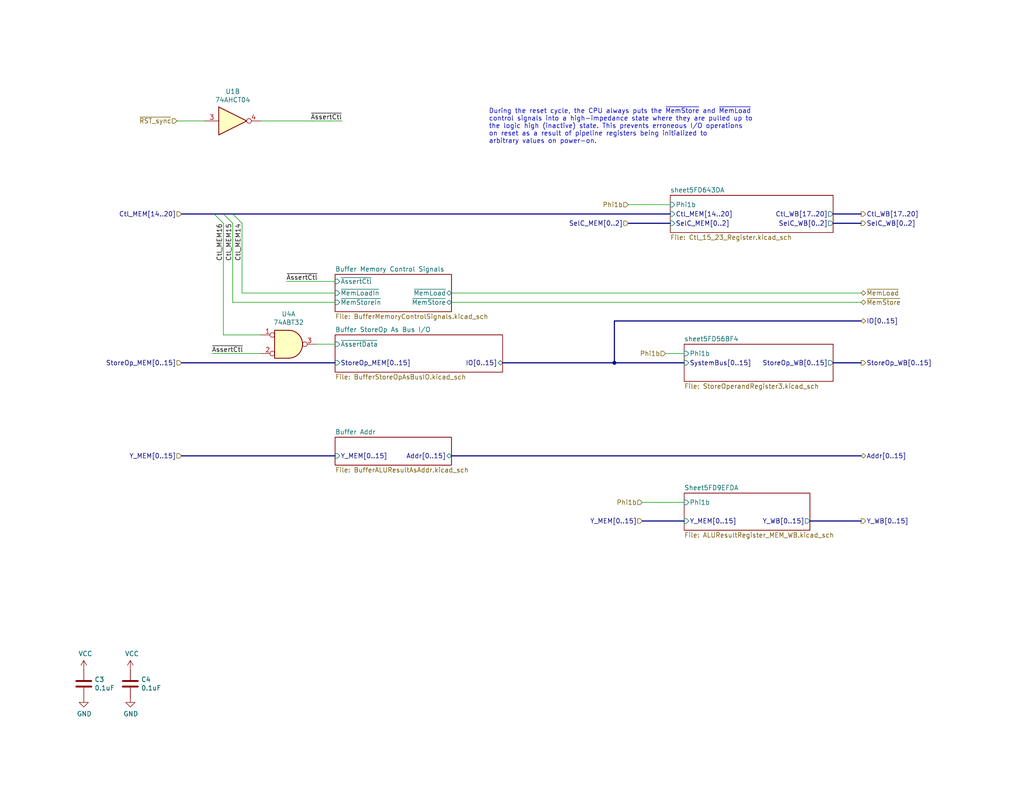
<source format=kicad_sch>
(kicad_sch (version 20250114) (generator "eeschema") (generator_version "9.0")
  (paper "USLetter")
  (title_block (title "MEM") (date "2025-07-22") (rev "A") (comment 3 "These devices connect to the main board via a connector described in another sheet.") (comment 4 "The MEM stage interfaces with memory and memory-mapped peripherals."))
  (lib_symbols
    (symbol "Device:C" (pin_numbers (hide yes)) (pin_names (offset 0.254))
      (property "Reference" "C" (at 0.635 2.54 0))
      (property "Value" "C" (at 0.635 -2.54 0))
      (symbol "C_0_1"
        (polyline (pts (xy -2.032 0.762) (xy 2.032 0.762)) (stroke (width 0.508)))
        (polyline (pts (xy -2.032 -0.762) (xy 2.032 -0.762)) (stroke (width 0.508)))
      )
      (symbol "C_1_1"
        (pin passive line (at 0 3.81 270) (length 2.794) (name "~") (number "1"))
        (pin passive line (at 0 -3.81 90) (length 2.794) (name "~") (number "2"))
      )
    )
    (symbol "Turtle16:74ABT32" (pin_names (offset 1.016))
      (property "Reference" "U" (at 0 1.27 0))
      (property "Value" "74ABT32" (at 0 -1.27 0))
      (symbol "74ABT32_1_1"
        (arc (start -3.81 3.81) (mid -2.589 0) (end -3.81 -3.81) (stroke (width 0.254)))
        (polyline (pts (xy -3.81 3.81) (xy -0.635 3.81)) (stroke (width 0.254)) (fill (type background)))
        (polyline (pts (xy -3.81 -3.81) (xy -0.635 -3.81)) (stroke (width 0.254)) (fill (type background)))
        (arc (start 3.81 0) (mid 2.1855 -2.584) (end -0.6096 -3.81) (stroke (width 0.254)) (fill (type background)))
        (arc (start -0.6096 3.81) (mid 2.1928 2.5924) (end 3.81 0) (stroke (width 0.254)) (fill (type background)))
        (polyline (pts (xy -0.635 3.81) (xy -3.81 3.81) (xy -3.81 3.81) (xy -3.556 3.4036) (xy -3.0226 2.2606) (xy -2.6924 1.0414) (xy -2.6162 -0.254) (xy -2.7686 -1.4986) (xy -3.175 -2.7178) (xy -3.81 -3.81) (xy -3.81 -3.81) (xy -0.635 -3.81)) (stroke (width -25.4)) (fill (type background)))
        (pin input line (at -7.62 2.54 0) (length 4.318) (name "~") (number "1"))
        (pin input line (at -7.62 -2.54 0) (length 4.318) (name "~") (number "2"))
        (pin output line (at 7.62 0 180) (length 3.81) (name "~") (number "3"))
      )
      (symbol "74ABT32_1_2"
        (arc (start 0 3.81) (mid 3.7934 0) (end 0 -3.81) (stroke (width 0.254)) (fill (type background)))
        (polyline (pts (xy 0 3.81) (xy -3.81 3.81) (xy -3.81 -3.81) (xy 0 -3.81)) (stroke (width 0.254)) (fill (type background)))
        (pin input inverted (at -7.62 2.54 0) (length 3.81) (name "~") (number "1"))
        (pin input inverted (at -7.62 -2.54 0) (length 3.81) (name "~") (number "2"))
        (pin output inverted (at 7.62 0 180) (length 3.81) (name "~") (number "3"))
      )
      (symbol "74ABT32_2_1"
        (arc (start -3.81 3.81) (mid -2.589 0) (end -3.81 -3.81) (stroke (width 0.254)))
        (polyline (pts (xy -3.81 3.81) (xy -0.635 3.81)) (stroke (width 0.254)) (fill (type background)))
        (polyline (pts (xy -3.81 -3.81) (xy -0.635 -3.81)) (stroke (width 0.254)) (fill (type background)))
        (arc (start 3.81 0) (mid 2.1855 -2.584) (end -0.6096 -3.81) (stroke (width 0.254)) (fill (type background)))
        (arc (start -0.6096 3.81) (mid 2.1928 2.5924) (end 3.81 0) (stroke (width 0.254)) (fill (type background)))
        (polyline (pts (xy -0.635 3.81) (xy -3.81 3.81) (xy -3.81 3.81) (xy -3.556 3.4036) (xy -3.0226 2.2606) (xy -2.6924 1.0414) (xy -2.6162 -0.254) (xy -2.7686 -1.4986) (xy -3.175 -2.7178) (xy -3.81 -3.81) (xy -3.81 -3.81) (xy -0.635 -3.81)) (stroke (width -25.4)) (fill (type background)))
        (pin input line (at -7.62 2.54 0) (length 4.318) (name "~") (number "4"))
        (pin input line (at -7.62 -2.54 0) (length 4.318) (name "~") (number "5"))
        (pin output line (at 7.62 0 180) (length 3.81) (name "~") (number "6"))
      )
      (symbol "74ABT32_2_2"
        (arc (start 0 3.81) (mid 3.7934 0) (end 0 -3.81) (stroke (width 0.254)) (fill (type background)))
        (polyline (pts (xy 0 3.81) (xy -3.81 3.81) (xy -3.81 -3.81) (xy 0 -3.81)) (stroke (width 0.254)) (fill (type background)))
        (pin input inverted (at -7.62 2.54 0) (length 3.81) (name "~") (number "4"))
        (pin input inverted (at -7.62 -2.54 0) (length 3.81) (name "~") (number "5"))
        (pin output inverted (at 7.62 0 180) (length 3.81) (name "~") (number "6"))
      )
      (symbol "74ABT32_3_1"
        (arc (start -3.81 3.81) (mid -2.589 0) (end -3.81 -3.81) (stroke (width 0.254)))
        (polyline (pts (xy -3.81 3.81) (xy -0.635 3.81)) (stroke (width 0.254)) (fill (type background)))
        (polyline (pts (xy -3.81 -3.81) (xy -0.635 -3.81)) (stroke (width 0.254)) (fill (type background)))
        (arc (start 3.81 0) (mid 2.1855 -2.584) (end -0.6096 -3.81) (stroke (width 0.254)) (fill (type background)))
        (arc (start -0.6096 3.81) (mid 2.1928 2.5924) (end 3.81 0) (stroke (width 0.254)) (fill (type background)))
        (polyline (pts (xy -0.635 3.81) (xy -3.81 3.81) (xy -3.81 3.81) (xy -3.556 3.4036) (xy -3.0226 2.2606) (xy -2.6924 1.0414) (xy -2.6162 -0.254) (xy -2.7686 -1.4986) (xy -3.175 -2.7178) (xy -3.81 -3.81) (xy -3.81 -3.81) (xy -0.635 -3.81)) (stroke (width -25.4)) (fill (type background)))
        (pin input line (at -7.62 2.54 0) (length 4.318) (name "~") (number "9"))
        (pin input line (at -7.62 -2.54 0) (length 4.318) (name "~") (number "10"))
        (pin output line (at 7.62 0 180) (length 3.81) (name "~") (number "8"))
      )
      (symbol "74ABT32_3_2"
        (arc (start 0 3.81) (mid 3.7934 0) (end 0 -3.81) (stroke (width 0.254)) (fill (type background)))
        (polyline (pts (xy 0 3.81) (xy -3.81 3.81) (xy -3.81 -3.81) (xy 0 -3.81)) (stroke (width 0.254)) (fill (type background)))
        (pin input inverted (at -7.62 2.54 0) (length 3.81) (name "~") (number "9"))
        (pin input inverted (at -7.62 -2.54 0) (length 3.81) (name "~") (number "10"))
        (pin output inverted (at 7.62 0 180) (length 3.81) (name "~") (number "8"))
      )
      (symbol "74ABT32_4_1"
        (arc (start -3.81 3.81) (mid -2.589 0) (end -3.81 -3.81) (stroke (width 0.254)))
        (polyline (pts (xy -3.81 3.81) (xy -0.635 3.81)) (stroke (width 0.254)) (fill (type background)))
        (polyline (pts (xy -3.81 -3.81) (xy -0.635 -3.81)) (stroke (width 0.254)) (fill (type background)))
        (arc (start 3.81 0) (mid 2.1855 -2.584) (end -0.6096 -3.81) (stroke (width 0.254)) (fill (type background)))
        (arc (start -0.6096 3.81) (mid 2.1928 2.5924) (end 3.81 0) (stroke (width 0.254)) (fill (type background)))
        (polyline (pts (xy -0.635 3.81) (xy -3.81 3.81) (xy -3.81 3.81) (xy -3.556 3.4036) (xy -3.0226 2.2606) (xy -2.6924 1.0414) (xy -2.6162 -0.254) (xy -2.7686 -1.4986) (xy -3.175 -2.7178) (xy -3.81 -3.81) (xy -3.81 -3.81) (xy -0.635 -3.81)) (stroke (width -25.4)) (fill (type background)))
        (pin input line (at -7.62 2.54 0) (length 4.318) (name "~") (number "12"))
        (pin input line (at -7.62 -2.54 0) (length 4.318) (name "~") (number "13"))
        (pin output line (at 7.62 0 180) (length 3.81) (name "~") (number "11"))
      )
      (symbol "74ABT32_4_2"
        (arc (start 0 3.81) (mid 3.7934 0) (end 0 -3.81) (stroke (width 0.254)) (fill (type background)))
        (polyline (pts (xy 0 3.81) (xy -3.81 3.81) (xy -3.81 -3.81) (xy 0 -3.81)) (stroke (width 0.254)) (fill (type background)))
        (pin input inverted (at -7.62 2.54 0) (length 3.81) (name "~") (number "12"))
        (pin input inverted (at -7.62 -2.54 0) (length 3.81) (name "~") (number "13"))
        (pin output inverted (at 7.62 0 180) (length 3.81) (name "~") (number "11"))
      )
      (symbol "74ABT32_5_0"
        (pin power_in line (at 0 12.7 270) (length 5.08) (name "VCC") (number "14"))
        (pin power_in line (at 0 -12.7 90) (length 5.08) (name "GND") (number "7"))
      )
      (symbol "74ABT32_5_1"
        (rectangle (start -5.08 7.62) (end 5.08 -7.62) (stroke (width 0.254)) (fill (type background)))
      )
    )
    (symbol "Turtle16:74AHCT04"
      (property "Reference" "U" (at 0 1.27 0))
      (property "Value" "74AHCT04" (at 0 -1.27 0))
      (symbol "74AHCT04_1_0"
        (polyline (pts (xy -3.81 3.81) (xy -3.81 -3.81) (xy 3.81 0) (xy -3.81 3.81)) (stroke (width 0.254)) (fill (type background)))
        (pin input line (at -7.62 0 0) (length 3.81) (name "~") (number "1"))
        (pin output inverted (at 7.62 0 180) (length 3.81) (name "~") (number "2"))
      )
      (symbol "74AHCT04_2_0"
        (polyline (pts (xy -3.81 3.81) (xy -3.81 -3.81) (xy 3.81 0) (xy -3.81 3.81)) (stroke (width 0.254)) (fill (type background)))
        (pin input line (at -7.62 0 0) (length 3.81) (name "~") (number "3"))
        (pin output inverted (at 7.62 0 180) (length 3.81) (name "~") (number "4"))
      )
      (symbol "74AHCT04_3_0"
        (polyline (pts (xy -3.81 3.81) (xy -3.81 -3.81) (xy 3.81 0) (xy -3.81 3.81)) (stroke (width 0.254)) (fill (type background)))
        (pin input line (at -7.62 0 0) (length 3.81) (name "~") (number "5"))
        (pin output inverted (at 7.62 0 180) (length 3.81) (name "~") (number "6"))
      )
      (symbol "74AHCT04_4_0"
        (polyline (pts (xy -3.81 3.81) (xy -3.81 -3.81) (xy 3.81 0) (xy -3.81 3.81)) (stroke (width 0.254)) (fill (type background)))
        (pin input line (at -7.62 0 0) (length 3.81) (name "~") (number "9"))
        (pin output inverted (at 7.62 0 180) (length 3.81) (name "~") (number "8"))
      )
      (symbol "74AHCT04_5_0"
        (polyline (pts (xy -3.81 3.81) (xy -3.81 -3.81) (xy 3.81 0) (xy -3.81 3.81)) (stroke (width 0.254)) (fill (type background)))
        (pin input line (at -7.62 0 0) (length 3.81) (name "~") (number "11"))
        (pin output inverted (at 7.62 0 180) (length 3.81) (name "~") (number "10"))
      )
      (symbol "74AHCT04_6_0"
        (polyline (pts (xy -3.81 3.81) (xy -3.81 -3.81) (xy 3.81 0) (xy -3.81 3.81)) (stroke (width 0.254)) (fill (type background)))
        (pin input line (at -7.62 0 0) (length 3.81) (name "~") (number "13"))
        (pin output inverted (at 7.62 0 180) (length 3.81) (name "~") (number "12"))
      )
      (symbol "74AHCT04_7_0"
        (pin power_in line (at 0 12.7 270) (length 5.08) (name "VCC") (number "14"))
        (pin power_in line (at 0 -12.7 90) (length 5.08) (name "GND") (number "7"))
      )
      (symbol "74AHCT04_7_1"
        (rectangle (start -5.08 7.62) (end 5.08 -7.62) (stroke (width 0.254)) (fill (type background)))
      )
    )
    (symbol "power:GND" (power) (pin_numbers (hide yes)) (pin_names (offset 0) (hide yes))
      (property "Value" "GND" (at 0 -3.81 0))
      (symbol "GND_0_1"
        (polyline (pts (xy 0 0) (xy 0 -1.27) (xy 1.27 -1.27) (xy 0 -2.54) (xy -1.27 -1.27) (xy 0 -1.27)))
      )
      (symbol "GND_1_1"
        (pin power_in line (at 0 0 270) (length 0) (name "~") (number "1"))
      )
    )
    (symbol "power:VCC" (power) (pin_numbers (hide yes)) (pin_names (offset 0) (hide yes))
      (property "Value" "VCC" (at 0 3.556 0))
      (symbol "VCC_0_1"
        (polyline (pts (xy -0.762 1.27) (xy 0 2.54)))
        (polyline (pts (xy 0 2.54) (xy 0.762 1.27)))
        (polyline (pts (xy 0 0) (xy 0 2.54)))
      )
      (symbol "VCC_1_1"
        (pin power_in line (at 0 0 90) (length 0) (name "~") (number "1"))
      )
    )
  )
  (text "During the reset cycle, the CPU always puts the ~{MemStore} and ~{MemLoad}\ncontrol signals into a high-impedance state where they are pulled up to\nthe logic high (inactive) state. This prevents erroneous I/O operations\non reset as a result of pipeline registers being initialized to\narbitrary values on power-on." (at 133.35 39.37 0) (effects (font (size 1.27 1.27)) (justify left bottom)))
  (junction (at -44.45 111.125))
  (junction (at -44.45 146.05))
  (junction (at -21.59 133.985))
  (junction (at -44.45 130.81))
  (junction (at -44.45 116.205))
  (junction (at 167.64 99.06))
  (junction (at -21.59 146.05))
  (junction (at -44.45 140.97))
  (junction (at -44.45 125.73))
  (no_connect (at -6.35 146.05))
  (no_connect (at -6.35 133.985))
  (no_connect (at -26.67 128.27))
  (no_connect (at -26.67 113.665))
  (no_connect (at -26.67 143.51))
  (bus_entry (at 58.42 58.42) (size 2.54 2.54))
  (bus_entry (at 63.5 58.42) (size 2.54 2.54))
  (bus_entry (at 60.96 58.42) (size 2.54 2.54))
  (bus (pts (xy 234.95 99.06) (xy 227.33 99.06)))
  (wire (pts (xy -21.59 133.985) (xy -21.59 146.05)))
  (wire (pts (xy 181.61 96.52) (xy 186.69 96.52)))
  (wire (pts (xy -21.59 97.79) (xy -21.59 133.985)))
  (bus (pts (xy 234.95 142.24) (xy 220.98 142.24)))
  (bus (pts (xy 63.5 58.42) (xy 182.88 58.42)))
  (wire (pts (xy -44.45 130.81) (xy -44.45 140.97)))
  (wire (pts (xy 60.96 60.96) (xy 60.96 91.44)))
  (wire (pts (xy 66.04 60.96) (xy 66.04 80.01)))
  (wire (pts (xy -44.45 99.06) (xy -44.45 111.125)))
  (bus (pts (xy 227.33 58.42) (xy 234.95 58.42)))
  (wire (pts (xy -44.45 116.205) (xy -44.45 125.73)))
  (wire (pts (xy -44.45 146.05) (xy -44.45 152.4)))
  (wire (pts (xy -44.45 116.205) (xy -41.91 116.205)))
  (wire (pts (xy 171.45 55.88) (xy 182.88 55.88)))
  (bus (pts (xy 123.19 124.46) (xy 234.95 124.46)))
  (wire (pts (xy -21.59 179.07) (xy -21.59 180.34)))
  (wire (pts (xy 60.96 91.44) (xy 71.12 91.44)))
  (wire (pts (xy -44.45 125.73) (xy -44.45 130.81)))
  (wire (pts (xy -44.45 179.07) (xy -44.45 177.8)))
  (bus (pts (xy 167.64 87.63) (xy 167.64 99.06)))
  (wire (pts (xy -41.91 125.73) (xy -44.45 125.73)))
  (wire (pts (xy 66.04 80.01) (xy 91.44 80.01)))
  (bus (pts (xy 167.64 99.06) (xy 186.69 99.06)))
  (bus (pts (xy 49.53 58.42) (xy 58.42 58.42)))
  (bus (pts (xy 167.64 87.63) (xy 234.95 87.63)))
  (wire (pts (xy -41.91 146.05) (xy -44.45 146.05)))
  (wire (pts (xy -44.45 111.125) (xy -41.91 111.125)))
  (wire (pts (xy -41.91 130.81) (xy -44.45 130.81)))
  (wire (pts (xy 63.5 60.96) (xy 63.5 82.55)))
  (bus (pts (xy 175.26 142.24) (xy 186.69 142.24)))
  (bus (pts (xy 58.42 58.42) (xy 60.96 58.42)))
  (bus (pts (xy 60.96 58.42) (xy 63.5 58.42)))
  (bus (pts (xy 182.88 60.96) (xy 171.45 60.96)))
  (bus (pts (xy 137.16 99.06) (xy 167.64 99.06)))
  (wire (pts (xy -44.45 140.97) (xy -44.45 146.05)))
  (wire (pts (xy -21.59 146.05) (xy -21.59 153.67)))
  (bus (pts (xy 49.53 124.46) (xy 91.44 124.46)))
  (bus (pts (xy 227.33 60.96) (xy 234.95 60.96)))
  (wire (pts (xy 57.785 96.52) (xy 71.12 96.52)))
  (wire (pts (xy 78.105 76.835) (xy 91.44 76.835)))
  (bus (pts (xy 49.53 99.06) (xy 91.44 99.06)))
  (wire (pts (xy 55.88 33.02) (xy 48.26 33.02)))
  (wire (pts (xy 86.36 93.98) (xy 91.44 93.98)))
  (wire (pts (xy 234.95 82.55) (xy 123.19 82.55)))
  (wire (pts (xy 123.19 80.01) (xy 234.95 80.01)))
  (wire (pts (xy -44.45 111.125) (xy -44.45 116.205)))
  (wire (pts (xy 63.5 82.55) (xy 91.44 82.55)))
  (wire (pts (xy 93.345 33.02) (xy 71.12 33.02)))
  (wire (pts (xy -41.91 140.97) (xy -44.45 140.97)))
  (wire (pts (xy 175.26 137.16) (xy 186.69 137.16)))
  (label "Ctl_MEM15" (at 63.5 60.96 270))
  (label "~{AssertCtl}" (at 93.345 33.02 180))
  (label "~{AssertCtl}" (at 78.105 76.835 0))
  (label "Ctl_MEM14" (at 66.04 60.96 270))
  (label "~{AssertCtl}" (at 57.785 96.52 0))
  (label "Ctl_MEM16" (at 60.96 60.96 270))
  (hierarchical_label "Phi1b" (shape input) (at 175.26 137.16 180))
  (hierarchical_label "Phi1b" (shape input) (at 181.61 96.52 180))
  (hierarchical_label "Y_WB[0..15]" (shape output) (at 234.95 142.24 0))
  (hierarchical_label "~{MemStore}" (shape tri_state) (at 234.95 82.55 0))
  (hierarchical_label "Y_MEM[0..15]" (shape input) (at 175.26 142.24 180))
  (hierarchical_label "Y_MEM[0..15]" (shape input) (at 49.53 124.46 180))
  (hierarchical_label "~{RST_sync}" (shape input) (at 48.26 33.02 180))
  (hierarchical_label "Phi1b" (shape input) (at 171.45 55.88 180))
  (hierarchical_label "IO[0..15]" (shape tri_state) (at 234.95 87.63 0))
  (hierarchical_label "Ctl_WB[17..20]" (shape output) (at 234.95 58.42 0))
  (hierarchical_label "Ctl_MEM[14..20]" (shape input) (at 49.53 58.42 180))
  (hierarchical_label "StoreOp_WB[0..15]" (shape output) (at 234.95 99.06 0))
  (hierarchical_label "~{MemLoad}" (shape tri_state) (at 234.95 80.01 0))
  (hierarchical_label "SelC_WB[0..2]" (shape output) (at 234.95 60.96 0))
  (hierarchical_label "Addr[0..15]" (shape tri_state) (at 234.95 124.46 0))
  (hierarchical_label "SelC_MEM[0..2]" (shape input) (at 171.45 60.96 180))
  (hierarchical_label "StoreOp_MEM[0..15]" (shape input) (at 49.53 99.06 180))
  (symbol (lib_id "Turtle16:74AHCT04") (at -21.59 166.37 0) (unit 7)
    (property "Reference" "U?" (at -21.59 165.1 0))
    (property "Value" "74AHCT04" (at -21.59 167.64 0))
    (property "Footprint" "Package_SO:TSSOP-14_4.4x5mm_P0.65mm" (effects (hide yes)))
    (property "Datasheet" "https://assets.nexperia.com/documents/data-sheet/74AHC_AHCT04.pdf" (effects (hide yes)))
    (property "Manufacturer" "Nexperia" (effects (hide yes)))
    (property "Manufacturer#" "74AHCT04APWJ" (effects (hide yes)))
    (property "Mouser#" "771-74AHCT04APWJ" (effects (hide yes)))
    (property "Digikey#" "1727-74AHCT04APWJCT-ND" (effects (hide yes)))
    (instances (project "MEMCard" (path "" (reference "U1") (unit 7))) (project "MEMCard" (path "" (reference "U?") (unit 7))))
  )
  (symbol (lib_id "Turtle16:74AHCT04") (at -13.97 146.05 0) (unit 6)
    (property "Reference" "U?" (at -13.97 137.9982 0))
    (property "Value" "74AHCT04" (at -13.97 140.3096 0))
    (property "Footprint" "Package_SO:TSSOP-14_4.4x5mm_P0.65mm" (effects (hide yes)))
    (property "Datasheet" "https://assets.nexperia.com/documents/data-sheet/74AHC_AHCT04.pdf" (effects (hide yes)))
    (property "Manufacturer" "Nexperia" (effects (hide yes)))
    (property "Manufacturer#" "74AHCT04APWJ" (effects (hide yes)))
    (property "Mouser#" "771-74AHCT04APWJ" (effects (hide yes)))
    (property "Digikey#" "1727-74AHCT04APWJCT-ND" (effects (hide yes)))
    (instances (project "MEMCard" (path "" (reference "U1") (unit 6))) (project "MEMCard" (path "" (reference "U?") (unit 6))))
  )
  (symbol (lib_id "power:VCC") (at -21.59 97.79 0) (unit 1)
    (property "Reference" "#PWR?" (effects (hide yes)))
    (property "Value" "VCC" (at -21.1582 93.3958 0))
    (property "Description" "Power symbol creates a global label with name \"VCC\"" (effects (hide yes)))
    (instances (project "MEMCard" (path "" (reference "#PWR012") (unit 1))) (project "MEMCard" (path "" (reference "#PWR?") (unit 1))))
  )
  (symbol (lib_id "power:GND") (at -21.59 180.34 0) (mirror y) (unit 1)
    (property "Reference" "#PWR?" (effects (hide yes)))
    (property "Value" "GND" (at -21.717 184.7342 0))
    (property "Description" "Power symbol creates a global label with name \"GND\" , ground" (effects (hide yes)))
    (instances (project "MEMCard" (path "" (reference "#PWR013") (unit 1))) (project "MEMCard" (path "" (reference "#PWR?") (unit 1))))
  )
  (symbol (lib_id "Turtle16:74AHCT04") (at 63.5 33.02 0) (unit 2)
    (property "Reference" "U?" (at 63.5 24.9682 0))
    (property "Value" "74AHCT04" (at 63.5 27.2796 0))
    (property "Footprint" "Package_SO:TSSOP-14_4.4x5mm_P0.65mm" (effects (hide yes)))
    (property "Datasheet" "https://assets.nexperia.com/documents/data-sheet/74AHC_AHCT04.pdf" (effects (hide yes)))
    (property "Manufacturer" "Nexperia" (effects (hide yes)))
    (property "Manufacturer#" "74AHCT04APWJ" (effects (hide yes)))
    (property "Mouser#" "771-74AHCT04APWJ" (effects (hide yes)))
    (property "Digikey#" "1727-74AHCT04APWJCT-ND" (effects (hide yes)))
    (instances (project "MEMCard" (path "" (reference "U1") (unit 2))) (project "MEMCard" (path "" (reference "U?") (unit 2))))
  )
  (symbol (lib_id "power:GND") (at 22.86 190.5 0) (unit 1)
    (property "Reference" "#PWR?" (effects (hide yes)))
    (property "Value" "GND" (at 22.987 194.8942 0))
    (property "Description" "Power symbol creates a global label with name \"GND\" , ground" (effects (hide yes)))
    (instances (project "MEMCard" (path "" (reference "#PWR015") (unit 1))) (project "MEMCard" (path "" (reference "#PWR?") (unit 1))))
  )
  (symbol (lib_id "power:VCC") (at 22.86 182.88 0) (unit 1)
    (property "Reference" "#PWR?" (effects (hide yes)))
    (property "Value" "VCC" (at 23.2918 178.4858 0))
    (property "Description" "Power symbol creates a global label with name \"VCC\"" (effects (hide yes)))
    (instances (project "MEMCard" (path "" (reference "#PWR014") (unit 1))) (project "MEMCard" (path "" (reference "#PWR?") (unit 1))))
  )
  (symbol (lib_id "Device:C") (at 22.86 186.69 0) (unit 1)
    (property "Reference" "C?" (at 25.781 185.5216 0) (effects (justify left)))
    (property "Value" "0.1uF" (at 25.781 187.833 0) (effects (justify left)))
    (property "Footprint" "Capacitor_SMD:C_0603_1608Metric" (effects (hide yes)))
    (property "Datasheet" "https://www.mouser.com/datasheet/2/396/taiyo_yuden_12132018_mlcc11_hq_e-1510082.pdf" (effects (hide yes)))
    (property "Manufacturer" "Taiyo Yuden" (effects (hide yes)))
    (property "Manufacturer#" "EMK107B7104KAHT" (effects (hide yes)))
    (property "Mouser#" "963-EMK107B7104KAHT" (effects (hide yes)))
    (property "Digikey#" "587-6004-1-ND" (effects (hide yes)))
    (instances (project "MEMCard" (path "" (reference "C3") (unit 1))) (project "MEMCard" (path "" (reference "C?") (unit 1))))
  )
  (symbol (lib_id "power:VCC") (at -44.45 99.06 0) (unit 1)
    (property "Reference" "#PWR?" (effects (hide yes)))
    (property "Value" "VCC" (at -44.0182 94.6658 0))
    (property "Description" "Power symbol creates a global label with name \"VCC\"" (effects (hide yes)))
    (instances (project "MEMCard" (path "" (reference "#PWR010") (unit 1))) (project "MEMCard" (path "" (reference "#PWR?") (unit 1))))
  )
  (symbol (lib_id "power:GND") (at -44.45 179.07 0) (unit 1)
    (property "Reference" "#PWR?" (effects (hide yes)))
    (property "Value" "GND" (at -44.323 183.4642 0))
    (property "Description" "Power symbol creates a global label with name \"GND\" , ground" (effects (hide yes)))
    (instances (project "MEMCard" (path "" (reference "#PWR011") (unit 1))) (project "MEMCard" (path "" (reference "#PWR?") (unit 1))))
  )
  (symbol (lib_id "Turtle16:74ABT32") (at -34.29 113.665 0) (unit 2)
    (property "Reference" "U?" (at -34.29 105.41 0))
    (property "Value" "74ABT32" (at -34.29 107.7214 0))
    (property "Footprint" "Package_SO:TSSOP-14_4.4x5mm_P0.65mm" (effects (hide yes)))
    (property "Datasheet" "https://www.mouser.com/datasheet/2/916/74ABT32-2937354.pdf" (effects (hide yes)))
    (property "Manufacturer" "Nexperia" (effects (hide yes)))
    (property "Manufacturer#" "74ABT32PW,118" (effects (hide yes)))
    (property "Mouser#" "771-ABT32PW118" (effects (hide yes)))
    (property "Digikey#" "1727-6509-1-ND" (effects (hide yes)))
    (instances (project "MEMCard" (path "" (reference "U4") (unit 2))) (project "MEMCard" (path "" (reference "U?") (unit 2))))
  )
  (symbol (lib_id "Turtle16:74ABT32") (at -34.29 128.27 0) (unit 3)
    (property "Reference" "U?" (at -34.29 120.015 0))
    (property "Value" "74ABT32" (at -34.29 122.3264 0))
    (property "Footprint" "Package_SO:TSSOP-14_4.4x5mm_P0.65mm" (effects (hide yes)))
    (property "Datasheet" "https://www.mouser.com/datasheet/2/916/74ABT32-2937354.pdf" (effects (hide yes)))
    (property "Manufacturer" "Nexperia" (effects (hide yes)))
    (property "Manufacturer#" "74ABT32PW,118" (effects (hide yes)))
    (property "Mouser#" "771-ABT32PW118" (effects (hide yes)))
    (property "Digikey#" "1727-6509-1-ND" (effects (hide yes)))
    (instances (project "MEMCard" (path "" (reference "U4") (unit 3))) (project "MEMCard" (path "" (reference "U?") (unit 3))))
  )
  (symbol (lib_id "Turtle16:74ABT32") (at -34.29 143.51 0) (unit 4)
    (property "Reference" "U?" (at -34.29 135.255 0))
    (property "Value" "74ABT32" (at -34.29 137.5664 0))
    (property "Footprint" "Package_SO:TSSOP-14_4.4x5mm_P0.65mm" (effects (hide yes)))
    (property "Datasheet" "https://www.mouser.com/datasheet/2/916/74ABT32-2937354.pdf" (effects (hide yes)))
    (property "Manufacturer" "Nexperia" (effects (hide yes)))
    (property "Manufacturer#" "74ABT32PW,118" (effects (hide yes)))
    (property "Mouser#" "771-ABT32PW118" (effects (hide yes)))
    (property "Digikey#" "1727-6509-1-ND" (effects (hide yes)))
    (instances (project "MEMCard" (path "" (reference "U4") (unit 4))) (project "MEMCard" (path "" (reference "U?") (unit 4))))
  )
  (symbol (lib_id "Turtle16:74ABT32") (at -44.45 165.1 0) (unit 5)
    (property "Reference" "U?" (at -45.974 163.83 0) (effects (justify left)))
    (property "Value" "74ABT32" (at -48.26 165.862 0) (effects (justify left)))
    (property "Footprint" "Package_SO:TSSOP-14_4.4x5mm_P0.65mm" (effects (hide yes)))
    (property "Datasheet" "https://www.mouser.com/datasheet/2/916/74ABT32-2937354.pdf" (effects (hide yes)))
    (property "Manufacturer" "Nexperia" (effects (hide yes)))
    (property "Manufacturer#" "74ABT32PW,118" (effects (hide yes)))
    (property "Mouser#" "771-ABT32PW118" (effects (hide yes)))
    (property "Digikey#" "1727-6509-1-ND" (effects (hide yes)))
    (instances (project "MEMCard" (path "" (reference "U4") (unit 5))) (project "MEMCard" (path "" (reference "U?") (unit 5))))
  )
  (symbol (lib_id "Turtle16:74ABT32") (at 78.74 93.98 0) (unit 1) (convert 2)
    (property "Reference" "U?" (at 78.74 85.725 0))
    (property "Value" "74ABT32" (at 78.74 88.0364 0))
    (property "Footprint" "Package_SO:TSSOP-14_4.4x5mm_P0.65mm" (effects (hide yes)))
    (property "Datasheet" "https://www.mouser.com/datasheet/2/916/74ABT32-2937354.pdf" (effects (hide yes)))
    (property "Manufacturer" "Nexperia" (effects (hide yes)))
    (property "Manufacturer#" "74ABT32PW,118" (effects (hide yes)))
    (property "Mouser#" "771-ABT32PW118" (effects (hide yes)))
    (property "Digikey#" "1727-6509-1-ND" (effects (hide yes)))
    (instances (project "MEMCard" (path "" (reference "U4") (unit 1))) (project "MEMCard" (path "" (reference "U?") (unit 1))))
  )
  (symbol (lib_id "Device:C") (at 35.56 186.69 0) (unit 1)
    (property "Reference" "C?" (at 38.481 185.5216 0) (effects (justify left)))
    (property "Value" "0.1uF" (at 38.481 187.833 0) (effects (justify left)))
    (property "Footprint" "Capacitor_SMD:C_0603_1608Metric" (effects (hide yes)))
    (property "Datasheet" "https://www.mouser.com/datasheet/2/396/taiyo_yuden_12132018_mlcc11_hq_e-1510082.pdf" (effects (hide yes)))
    (property "Manufacturer" "Taiyo Yuden" (effects (hide yes)))
    (property "Manufacturer#" "EMK107B7104KAHT" (effects (hide yes)))
    (property "Mouser#" "963-EMK107B7104KAHT" (effects (hide yes)))
    (property "Digikey#" "587-6004-1-ND" (effects (hide yes)))
    (instances (project "MEMCard" (path "" (reference "C4") (unit 1))) (project "MEMCard" (path "" (reference "C?") (unit 1))))
  )
  (symbol (lib_id "power:GND") (at 35.56 190.5 0) (unit 1)
    (property "Reference" "#PWR?" (effects (hide yes)))
    (property "Value" "GND" (at 35.687 194.8942 0))
    (property "Description" "Power symbol creates a global label with name \"GND\" , ground" (effects (hide yes)))
    (instances (project "MEMCard" (path "" (reference "#PWR017") (unit 1))) (project "MEMCard" (path "" (reference "#PWR?") (unit 1))))
  )
  (symbol (lib_id "power:VCC") (at 35.56 182.88 0) (unit 1)
    (property "Reference" "#PWR?" (effects (hide yes)))
    (property "Value" "VCC" (at 35.9918 178.4858 0))
    (property "Description" "Power symbol creates a global label with name \"VCC\"" (effects (hide yes)))
    (instances (project "MEMCard" (path "" (reference "#PWR016") (unit 1))) (project "MEMCard" (path "" (reference "#PWR?") (unit 1))))
  )
  (symbol (lib_id "Turtle16:74AHCT04") (at -13.97 133.985 0) (unit 1)
    (property "Reference" "U?" (at -13.97 125.9332 0))
    (property "Value" "74AHCT04" (at -13.97 128.2446 0))
    (property "Footprint" "Package_SO:TSSOP-14_4.4x5mm_P0.65mm" (effects (hide yes)))
    (property "Datasheet" "https://assets.nexperia.com/documents/data-sheet/74AHC_AHCT04.pdf" (effects (hide yes)))
    (property "Manufacturer" "Nexperia" (effects (hide yes)))
    (property "Manufacturer#" "74AHCT04APWJ" (effects (hide yes)))
    (property "Mouser#" "771-74AHCT04APWJ" (effects (hide yes)))
    (property "Digikey#" "1727-74AHCT04APWJCT-ND" (effects (hide yes)))
    (instances (project "MEMCard" (path "" (reference "U1") (unit 1))) (project "MEMCard" (path "" (reference "U?") (unit 1))))
  )
  (sheet (at 91.44 74.93) (size 31.75 10.16)
    (property "Sheetname" "Buffer Memory Control Signals" (at 91.44 74.2184 0) (effects (justify left bottom)))
    (property "Sheetfile" "BufferMemoryControlSignals.kicad_sch" (at 91.44 85.6746 0) (effects (justify left top)))
    (pin "~{MemLoadIn}" input (at 91.44 80.01 180))
    (pin "~{MemStoreIn}" input (at 91.44 82.55 180))
    (pin "~{MemLoad}" tri_state (at 123.19 80.01 0))
    (pin "~{MemStore}" tri_state (at 123.19 82.55 0))
    (pin "~{AssertCtl}" input (at 91.44 76.835 180))
  )
  (sheet (at 91.44 119.38) (size 31.75 7.62)
    (property "Sheetname" "Buffer Addr" (at 91.44 118.6684 0) (effects (justify left bottom)))
    (property "Sheetfile" "BufferALUResultAsAddr.kicad_sch" (at 91.44 127.5846 0) (effects (justify left top)))
    (pin "Addr[0..15]" tri_state (at 123.19 124.46 0))
    (pin "Y_MEM[0..15]" input (at 91.44 124.46 180))
  )
  (sheet (at 186.69 93.98) (size 40.64 10.16)
    (property "Sheetname" "sheet5FD56BF4" (at 186.69 93.2684 0) (effects (justify left bottom)))
    (property "Sheetfile" "StoreOperandRegister3.kicad_sch" (at 186.69 104.7246 0) (effects (justify left top)))
    (pin "SystemBus[0..15]" input (at 186.69 99.06 180))
    (pin "StoreOp_WB[0..15]" output (at 227.33 99.06 0))
    (pin "Phi1b" input (at 186.69 96.52 180))
  )
  (sheet (at 182.88 53.34) (size 44.45 10.16)
    (property "Sheetname" "sheet5FD643DA" (at 182.88 52.6284 0) (effects (justify left bottom)))
    (property "Sheetfile" "Ctl_15_23_Register.kicad_sch" (at 182.88 64.0846 0) (effects (justify left top)))
    (pin "SelC_MEM[0..2]" input (at 182.88 60.96 180))
    (pin "SelC_WB[0..2]" output (at 227.33 60.96 0))
    (pin "Ctl_WB[17..20]" output (at 227.33 58.42 0))
    (pin "Ctl_MEM[14..20]" input (at 182.88 58.42 180))
    (pin "Phi1b" input (at 182.88 55.88 180))
  )
  (sheet (at 186.69 134.62) (size 34.29 10.16)
    (property "Sheetname" "Sheet5FD9EFDA" (at 186.69 133.9084 0) (effects (justify left bottom)))
    (property "Sheetfile" "ALUResultRegister_MEM_WB.kicad_sch" (at 186.69 145.3646 0) (effects (justify left top)))
    (pin "Y_MEM[0..15]" input (at 186.69 142.24 180))
    (pin "Y_WB[0..15]" output (at 220.98 142.24 0))
    (pin "Phi1b" input (at 186.69 137.16 180))
  )
  (sheet (at 91.44 91.44) (size 45.72 10.16)
    (property "Sheetname" "Buffer StoreOp As Bus I/O" (at 91.44 90.7284 0) (effects (justify left bottom)))
    (property "Sheetfile" "BufferStoreOpAsBusIO.kicad_sch" (at 91.44 102.1846 0) (effects (justify left top)))
    (pin "IO[0..15]" tri_state (at 137.16 99.06 0))
    (pin "StoreOp_MEM[0..15]" input (at 91.44 99.06 180))
    (pin "~{AssertData}" input (at 91.44 93.98 180))
  )
)
</source>
